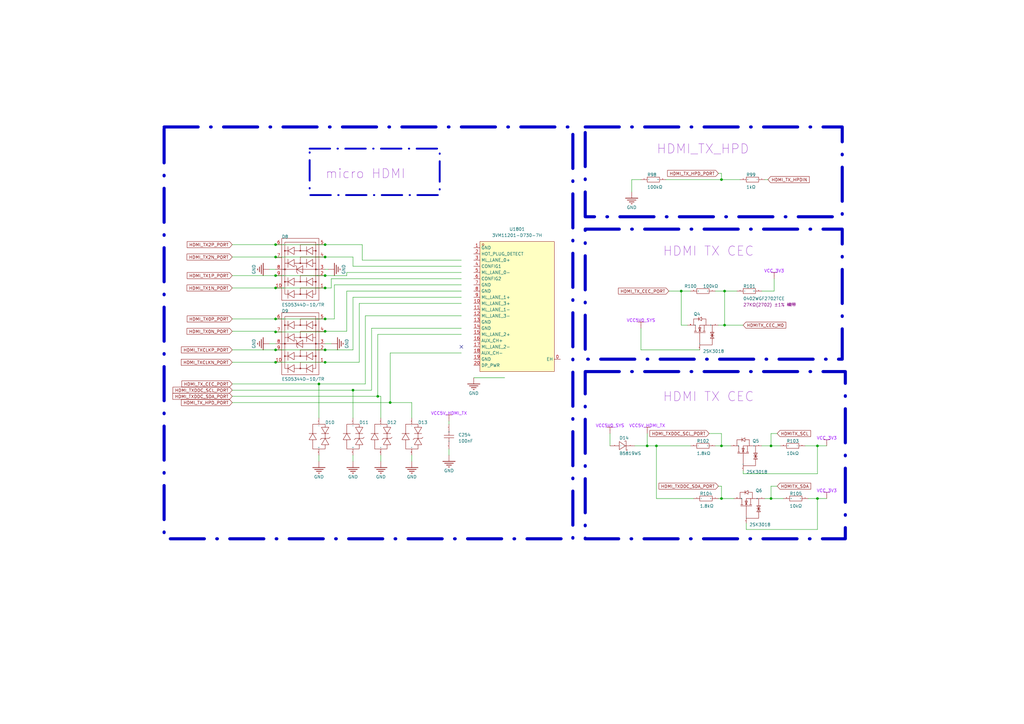
<source format=kicad_sch>
(kicad_sch (version 20250114) (generator "eeschema") (generator_version "9.0")
  (paper "A3")
  (lib_symbols
    (symbol "LCSC Taish-easyedapro:0402WGF1001TCE"
      (property "Reference" "R" (at 0 0 0))
      (symbol "0402WGF1001TCE_1_0"
        (rectangle (start -2.54 -1.016) (end 2.54 1.016))
        (pin input line (at -5.08 0 0) (length 2.54) (name "1") (number "1"))
        (pin input line (at 5.08 0 180) (length 2.54) (name "2") (number "2"))
      )
    )
    (symbol "LCSC Taish-easyedapro:0402WGF1003TCE"
      (property "Reference" "R" (at 0 0 0))
      (symbol "0402WGF1003TCE_1_0"
        (rectangle (start -2.54 -1.016) (end 2.54 1.016))
        (pin input line (at -5.08 0 0) (length 2.54) (name "1") (number "1"))
        (pin input line (at 5.08 0 180) (length 2.54) (name "2") (number "2"))
      )
    )
    (symbol "LCSC Taish-easyedapro:0402WGF2702TCE"
      (property "Reference" "R" (at 0 0 0))
      (symbol "0402WGF2702TCE_1_0"
        (rectangle (start -2.54 -1.016) (end 2.54 1.016))
        (pin input line (at -5.08 0 0) (length 2.54) (name "1") (number "1"))
        (pin input line (at 5.08 0 180) (length 2.54) (name "2") (number "2"))
      )
    )
    (symbol "LCSC Taish-easyedapro:2SK3018_C194460"
      (property "Reference" "Q" (at 0 0 0))
      (symbol "2SK3018_C194460_1_0"
        (polyline (pts (xy -4.191 -5.08) (xy -5.461 -4.318) (xy -5.461 -4.318) (xy -5.461 -5.842) (xy -5.461 -5.842) (xy -4.191 -5.08)))
        (polyline (pts (xy -4.191 -5.08) (xy -2.921 -5.842) (xy -2.921 -5.842) (xy -2.921 -4.318) (xy -2.921 -4.318) (xy -4.191 -5.08)))
        (polyline (pts (xy -4.064 -4.318) (xy -4.191 -4.572) (xy -4.191 -4.572) (xy -4.191 -5.588) (xy -4.191 -5.588) (xy -4.318 -5.842)))
        (polyline (pts (xy -3.048 2.286) (xy -3.048 -2.286)))
        (polyline (pts (xy -3.048 0) (xy -8.128 0) (xy -8.128 0) (xy -8.128 -5.08) (xy -8.128 -5.08) (xy 0 -5.08) (xy 0 -5.08) (xy 0 -2.54)))
        (polyline (pts (xy -2.54 2.286) (xy -2.54 1.27)))
        (polyline (pts (xy -2.54 1.778) (xy 0 1.778) (xy 0 1.778) (xy 0 2.54) (xy 0 2.54) (xy 2.54 2.54) (xy 2.54 2.54) (xy 2.54 0.508)))
        (polyline (pts (xy -2.54 0) (xy -1.016 -0.508) (xy -1.016 -0.508) (xy -1.016 0.508) (xy -1.016 0.508) (xy -2.54 0)))
        (polyline (pts (xy -2.54 0) (xy 0 0) (xy 0 0) (xy 0 -2.54) (xy 0 -2.54) (xy 2.54 -2.54) (xy 2.54 -2.54) (xy 2.54 -0.762)))
        (polyline (pts (xy -2.54 -0.508) (xy -2.54 0.508)))
        (polyline (pts (xy -2.54 -2.286) (xy -2.54 -1.27)))
        (polyline (pts (xy 0 -1.778) (xy -2.54 -1.778)))
        (polyline (pts (xy 2.54 0.508) (xy 1.778 -0.762) (xy 1.778 -0.762) (xy 3.302 -0.762) (xy 3.302 -0.762) (xy 2.54 0.508)))
        (polyline (pts (xy 3.302 0.508) (xy 3.048 0.508) (xy 3.048 0.508) (xy 2.032 0.508) (xy 2.032 0.508) (xy 1.778 0.508)))
        (pin input line (at -10.16 0 0) (length 2.032) (name "G") (number "1"))
        (pin input line (at 0 5.08 270) (length 2.54) (name "D") (number "3"))
        (pin input line (at 0 -7.62 90) (length 2.54) (name "S") (number "2"))
      )
    )
    (symbol "LCSC Taish-easyedapro:B5819WS_C22624"
      (property "Reference" "D" (at 0 0 0))
      (symbol "B5819WS_C22624_1_0"
        (polyline (pts (xy -2.032 1.524) (xy -2.032 1.778) (xy -2.032 1.778) (xy -1.524 1.778) (xy -1.524 1.778) (xy -1.524 -2.032) (xy -1.524 -2.032) (xy -1.016 -2.032) (xy -1.016 -2.032) (xy -1.016 -1.778)))
        (polyline (pts (xy 1.27 1.524) (xy -1.27 0) (xy -1.27 0) (xy 1.27 -1.778) (xy 1.27 -1.778) (xy 1.27 1.524)))
        (pin input line (at -5.08 0 0) (length 3.81) (name "K") (number "1"))
        (pin input line (at 5.08 0 180) (length 3.81) (name "A") (number "2"))
      )
    )
    (symbol "LCSC Taish-easyedapro:CL05B104KB54PNC"
      (property "Reference" "C" (at 0 0 0))
      (symbol "CL05B104KB54PNC_1_0"
        (polyline (pts (xy -0.508 2.032) (xy -0.508 -2.032)))
        (polyline (pts (xy -0.508 0) (xy -2.54 0)))
        (polyline (pts (xy 0.508 -2.032) (xy 0.508 2.032)))
        (polyline (pts (xy 2.54 0) (xy 0.508 0)))
        (pin input line (at -5.08 0 0) (length 2.54) (name "1") (number "1"))
        (pin input line (at 5.08 0 180) (length 2.54) (name "2") (number "2"))
      )
    )
    (symbol "LCSC Taish-easyedapro:CRCW040210K0FKED"
      (property "Reference" "R" (at 0 0 0))
      (symbol "CRCW040210K0FKED_1_0"
        (rectangle (start -2.54 -1.016) (end 2.54 1.016))
        (pin input line (at -5.08 0 0) (length 2.54) (name "1") (number "1"))
        (pin input line (at 5.08 0 180) (length 2.54) (name "2") (number "2"))
      )
    )
    (symbol "LCSC Taish-easyedapro:ESD5344D-10/TR"
      (property "Reference" "D" (at 0 0 0))
      (symbol "ESD5344D-10/TR_1_0"
        (rectangle (start -12.7 -7.62) (end 12.7 7.62))
        (polyline (pts (xy -10.16 5.08) (xy -10.16 6.35) (xy -10.16 6.35) (xy 11.176 6.35) (xy 11.176 6.35) (xy 11.176 -6.35) (xy 11.176 -6.35) (xy -10.16 -6.35) (xy -10.16 -6.35) (xy -10.16 -5.08)))
        (polyline (pts (xy -10.16 2.54) (xy -10.16 -2.54)))
        (circle (center -10.16 0) (radius 0.254))
        (polyline (pts (xy -10.16 0) (xy -7.62 0) (xy -7.62 0) (xy -7.62 -7.62)))
        (polyline (pts (xy -8.636 2.54) (xy -10.16 5.08) (xy -10.16 5.08) (xy -11.684 2.54) (xy -11.684 2.54) (xy -8.636 2.54)))
        (polyline (pts (xy -8.636 -5.08) (xy -10.16 -2.54) (xy -10.16 -2.54) (xy -11.684 -5.08) (xy -11.684 -5.08) (xy -8.636 -5.08)))
        (polyline (pts (xy -8.382 5.08) (xy -11.938 5.08)))
        (polyline (pts (xy -8.382 -2.54) (xy -11.938 -2.54)))
        (circle (center -5.08 6.35) (radius 0.254))
        (polyline (pts (xy -5.08 5.08) (xy -5.08 6.35)))
        (polyline (pts (xy -5.08 2.54) (xy -5.08 -2.54)))
        (circle (center -5.08 0) (radius 0.254))
        (polyline (pts (xy -5.08 0) (xy -2.54 0) (xy -2.54 0) (xy -2.54 -7.62)))
        (polyline (pts (xy -5.08 -5.08) (xy -5.08 -6.35) (xy -5.08 -6.35) (xy -4.826 -6.35)))
        (circle (center -5.08 -6.35) (radius 0.254))
        (polyline (pts (xy -3.556 2.54) (xy -5.08 5.08) (xy -5.08 5.08) (xy -6.604 2.54) (xy -6.604 2.54) (xy -3.556 2.54)))
        (polyline (pts (xy -3.556 -5.08) (xy -5.08 -2.54) (xy -5.08 -2.54) (xy -6.604 -5.08) (xy -6.604 -5.08) (xy -3.556 -5.08)))
        (polyline (pts (xy -3.302 5.08) (xy -6.858 5.08)))
        (polyline (pts (xy -3.302 -2.54) (xy -6.858 -2.54)))
        (circle (center 0 6.35) (radius 0.254))
        (polyline (pts (xy 0 6.35) (xy 0 7.62)))
        (polyline (pts (xy 0 6.35) (xy 0 -7.62)))
        (circle (center 0 -6.35) (radius 0.254))
        (polyline (pts (xy 1.524 -1.016) (xy 0 1.524) (xy 0 1.524) (xy -1.524 -1.016) (xy -1.524 -1.016) (xy 1.524 -1.016)))
        (polyline (pts (xy 1.778 2.032) (xy 1.016 1.524) (xy 1.016 1.524) (xy -1.016 1.524) (xy -1.016 1.524) (xy -1.778 1.016)))
        (polyline (pts (xy 2.54 5.08) (xy 2.54 6.35)))
        (polyline (pts (xy 2.54 2.54) (xy 2.54 -2.54)))
        (polyline (pts (xy 2.54 0) (xy 5.08 0) (xy 5.08 0) (xy 5.08 -7.62)))
        (circle (center 2.54 0) (radius 0.254))
        (polyline (pts (xy 2.54 -6.35) (xy 2.54 -5.08)))
        (polyline (pts (xy 4.064 2.54) (xy 2.54 5.08) (xy 2.54 5.08) (xy 1.016 2.54) (xy 1.016 2.54) (xy 4.064 2.54)))
        (polyline (pts (xy 4.064 -5.08) (xy 2.54 -2.54) (xy 2.54 -2.54) (xy 1.016 -5.08) (xy 1.016 -5.08) (xy 4.064 -5.08)))
        (polyline (pts (xy 4.318 5.08) (xy 0.762 5.08)))
        (polyline (pts (xy 4.318 -2.54) (xy 0.762 -2.54)))
        (circle (center 7.62 6.35) (radius 0.254))
        (polyline (pts (xy 7.62 5.08) (xy 7.62 6.35)))
        (polyline (pts (xy 7.62 2.54) (xy 7.62 -2.54)))
        (polyline (pts (xy 7.62 0) (xy 10.16 0) (xy 10.16 0) (xy 10.16 -7.62)))
        (circle (center 7.62 0) (radius 0.254))
        (polyline (pts (xy 7.62 -6.35) (xy 7.62 -5.08)))
        (circle (center 7.62 -6.35) (radius 0.254))
        (polyline (pts (xy 9.144 2.54) (xy 7.62 5.08) (xy 7.62 5.08) (xy 6.096 2.54) (xy 6.096 2.54) (xy 9.144 2.54)))
        (polyline (pts (xy 9.144 -5.08) (xy 7.62 -2.54) (xy 7.62 -2.54) (xy 6.096 -5.08) (xy 6.096 -5.08) (xy 9.144 -5.08)))
        (polyline (pts (xy 9.398 5.08) (xy 5.842 5.08)))
        (polyline (pts (xy 9.398 -2.54) (xy 5.842 -2.54)))
        (pin input line (at -7.62 10.16 270) (length 2.54) (name "10") (number "10"))
        (pin input line (at -7.62 -10.16 90) (length 2.54) (name "1") (number "1"))
        (pin input line (at -2.54 10.16 270) (length 2.54) (name "9") (number "9"))
        (pin input line (at -2.54 -10.16 90) (length 2.54) (name "2") (number "2"))
        (pin input line (at 0 10.16 270) (length 2.54) (name "8") (number "8"))
        (pin input line (at 0 -10.16 90) (length 2.54) (name "3") (number "3"))
        (pin input line (at 4.826 10.16 270) (length 2.54) (name "7") (number "7"))
        (pin input line (at 5.08 -10.16 90) (length 2.54) (name "4") (number "4"))
        (pin input line (at 10.16 10.16 270) (length 2.54) (name "6") (number "6"))
        (pin input line (at 10.16 -10.16 90) (length 2.54) (name "5") (number "5"))
      )
    )
    (symbol "LCSC Taish-easyedapro:Ground-GND" (power) (pin_numbers (hide yes)) (pin_names (hide yes))
      (symbol "Ground-GND_1_0"
        (polyline (pts (xy -2.54 -2.54) (xy 2.54 -2.54)) (stroke (width 0.254)))
        (polyline (pts (xy -1.778 -3.302) (xy 1.778 -3.302)) (stroke (width 0.254)))
        (polyline (pts (xy -1.016 -4.064) (xy 1.016 -4.064)) (stroke (width 0.254)))
        (polyline (pts (xy -0.254 -4.826) (xy 0.254 -4.826)) (stroke (width 0.254)))
        (pin power_in line (at 0 0 270) (length 2.54) (name "") (number "1"))
      )
    )
    (symbol "LCSC Taish-easyedapro:Power-VCC" (power) (pin_numbers (hide yes)) (pin_names (hide yes))
      (symbol "Power-VCC_1_0"
        (polyline (pts (xy -1.27 2.54) (xy 1.27 2.54)))
        (polyline (pts (xy 0 2.54) (xy 0 1.27)))
        (pin power_in line (at 0 0 90) (length 1.27) (name "VCC_3V3") (number "1"))
      )
    )
    (symbol "LCSC Taish-easyedapro:RC0402FR-071K8L"
      (property "Reference" "R" (at 0 0 0))
      (symbol "RC0402FR-071K8L_1_0"
        (rectangle (start -2.54 -1.016) (end 2.54 1.016))
        (pin input line (at -5.08 0 0) (length 2.54) (name "1") (number "1"))
        (pin input line (at 5.08 0 180) (length 2.54) (name "2") (number "2"))
      )
    )
    (symbol "LCSC Taish-easyedapro:TPESD5341N"
      (property "Reference" "D" (at 0 0 0))
      (symbol "TPESD5341N_1_0"
        (polyline (pts (xy -3.81 4.064) (xy -1.27 2.54) (xy -1.27 2.54) (xy -3.81 1.016) (xy -3.81 1.016) (xy -3.81 4.064)))
        (polyline (pts (xy -3.81 2.54) (xy -5.08 2.54) (xy -5.08 2.54) (xy -5.08 -2.54) (xy -5.08 -2.54) (xy -1.27 -2.54)))
        (polyline (pts (xy -1.27 2.54) (xy 0.762 2.54)))
        (polyline (pts (xy -1.27 1.016) (xy -1.27 4.064)))
        (polyline (pts (xy -1.27 -4.064) (xy -1.27 -1.016)))
        (polyline (pts (xy 0.762 4.064) (xy 0.254 4.572) (xy 0.254 4.572) (xy 0.762 4.064)))
        (polyline (pts (xy 0.762 1.016) (xy 0.762 4.064)))
        (polyline (pts (xy 0.762 1.016) (xy 1.27 0.508) (xy 1.27 0.508) (xy 0.762 1.016)))
        (polyline (pts (xy 1.27 -1.016) (xy -1.27 -2.54) (xy -1.27 -2.54) (xy 1.27 -4.064) (xy 1.27 -4.064) (xy 1.27 -1.016)))
        (polyline (pts (xy 3.302 4.064) (xy 0.762 2.54) (xy 0.762 2.54) (xy 3.302 1.016) (xy 3.302 1.016) (xy 3.302 4.064)))
        (polyline (pts (xy 3.302 2.54) (xy 5.08 2.54) (xy 5.08 2.54) (xy 5.08 -2.54) (xy 5.08 -2.54) (xy 1.27 -2.54)))
        (pin input line (at -7.62 0 0) (length 2.54) (name "1") (number "1"))
        (pin input line (at 7.62 0 180) (length 2.54) (name "2") (number "2"))
      )
    )
    (symbol "easyeda2kicad:3VM11201-D730-7H"
      (property "Reference" "U" (at 0 29.21 0))
      (property "Value" "3VM11201-D730-7H" (at 0 -29.21 0))
      (symbol "3VM11201-D730-7H_0_1"
        (rectangle (start -15.24 26.67) (end 15.24 -26.67) (fill (type background)))
        (circle (center -13.97 25.4) (radius 0.38))
        (pin unspecified line (at -17.78 24.13 0) (length 2.54) (name "GND") (number "1"))
        (pin unspecified line (at -17.78 21.59 0) (length 2.54) (name "HOT_PLUG_DETECT") (number "2"))
        (pin unspecified line (at -17.78 19.05 0) (length 2.54) (name "ML_LANE_0+") (number "3"))
        (pin unspecified line (at -17.78 16.51 0) (length 2.54) (name "CONFIG1") (number "4"))
        (pin unspecified line (at -17.78 13.97 0) (length 2.54) (name "ML_LANE_0-") (number "5"))
        (pin unspecified line (at -17.78 11.43 0) (length 2.54) (name "CONFIG2") (number "6"))
        (pin unspecified line (at -17.78 8.89 0) (length 2.54) (name "GND") (number "7"))
        (pin unspecified line (at -17.78 6.35 0) (length 2.54) (name "GND") (number "8"))
        (pin unspecified line (at -17.78 3.81 0) (length 2.54) (name "ML_LANE_1+") (number "9"))
        (pin unspecified line (at -17.78 1.27 0) (length 2.54) (name "ML_LANE_3+") (number "10"))
        (pin unspecified line (at -17.78 -1.27 0) (length 2.54) (name "ML_LANE_1-") (number "11"))
        (pin unspecified line (at -17.78 -3.81 0) (length 2.54) (name "ML_LANE_3-") (number "12"))
        (pin unspecified line (at -17.78 -6.35 0) (length 2.54) (name "GND") (number "13"))
        (pin unspecified line (at -17.78 -8.89 0) (length 2.54) (name "GND") (number "14"))
        (pin unspecified line (at -17.78 -11.43 0) (length 2.54) (name "ML_LANE_2+") (number "15"))
        (pin unspecified line (at -17.78 -13.97 0) (length 2.54) (name "AUX_CH+") (number "16"))
        (pin unspecified line (at -17.78 -16.51 0) (length 2.54) (name "ML_LANE_2-") (number "17"))
        (pin unspecified line (at -17.78 -19.05 0) (length 2.54) (name "AUX_CH-") (number "18"))
        (pin unspecified line (at -17.78 -21.59 0) (length 2.54) (name "GND") (number "19"))
        (pin unspecified line (at -17.78 -24.13 0) (length 2.54) (name "DP_PWR") (number "20"))
        (pin unspecified line (at 17.78 -21.59 180) (length 2.54) (name "EH") (number "0"))
      )
    )
  )
  (rectangle (start 240.03 152.4) (end 346.71 220.98) (stroke (width 1.27) (type dash_dot)))
  (rectangle (start 240.03 52.07) (end 345.44 88.9) (stroke (width 1.27) (type dash_dot)))
  (rectangle (start 240.03 93.98) (end 345.44 147.32) (stroke (width 1.27) (type dash_dot)))
  (rectangle (start 127 60.96) (end 180.34 80.01) (stroke (width 0.762) (type dash_dot)))
  (rectangle (start 67.31 52.07) (end 234.95 220.98) (stroke (width 1.27) (type dash_dot)))
  (text "HDMI TX CEC" (at 271.78 105.41 0) (effects (font (size 3.81 3.81)) (justify left bottom)))
  (text "micro HDMI" (at 133.35 73.66 0) (effects (font (size 3.81 3.81)) (justify left bottom)))
  (text "HDMI_TX_HPD" (at 269.24 63.5 0) (effects (font (size 3.81 3.81)) (justify left bottom)))
  (text "HDMI TX CEC" (at 271.78 165.1 0) (effects (font (size 3.81 3.81)) (justify left bottom)))
  (junction (at 113.03 118.11))
  (junction (at 113.03 100.33))
  (junction (at 133.35 100.33))
  (junction (at 144.78 160.02))
  (junction (at 113.03 113.03))
  (junction (at 295.91 73.66))
  (junction (at 133.35 105.41))
  (junction (at 133.35 135.89))
  (junction (at 133.35 130.81))
  (junction (at 133.35 113.03))
  (junction (at 297.18 133.35))
  (junction (at 113.03 148.59))
  (junction (at 154.94 162.56))
  (junction (at 113.03 136.144))
  (junction (at 130.81 157.48))
  (junction (at 295.91 204.47))
  (junction (at 133.35 143.51))
  (junction (at 316.23 182.88))
  (junction (at 133.35 148.59))
  (junction (at 265.43 182.88))
  (junction (at 316.23 204.47))
  (junction (at 113.03 105.41))
  (junction (at 133.35 118.11))
  (junction (at 279.4 119.38))
  (junction (at 297.18 119.38))
  (junction (at 335.28 204.47))
  (junction (at 113.03 143.51))
  (junction (at 269.24 182.88))
  (junction (at 160.02 165.1))
  (junction (at 335.28 182.88))
  (junction (at 295.91 182.88))
  (junction (at 113.03 130.81))
  (no_connect (at 189.23 142.24))
  (wire (pts (xy 130.81 157.48) (xy 95.25 157.48)))
  (wire (pts (xy 113.03 105.41) (xy 133.35 105.41)))
  (wire (pts (xy 95.25 118.11) (xy 113.03 118.11)))
  (wire (pts (xy 133.35 118.11) (xy 135.89 118.11)))
  (wire (pts (xy 260.35 182.88) (xy 265.43 182.88)))
  (wire (pts (xy 295.91 204.47) (xy 300.99 204.47)))
  (wire (pts (xy 279.4 119.38) (xy 283.21 119.38)))
  (wire (pts (xy 110.49 140.97) (xy 113.03 140.97)))
  (wire (pts (xy 113.03 143.51) (xy 133.35 143.51)))
  (wire (pts (xy 144.78 160.02) (xy 95.25 160.02)))
  (wire (pts (xy 133.35 136.144) (xy 113.03 136.144)))
  (wire (pts (xy 149.86 129.54) (xy 149.86 157.48)))
  (wire (pts (xy 135.89 140.97) (xy 133.35 140.97)))
  (wire (pts (xy 250.19 177.8) (xy 250.19 182.88)))
  (wire (pts (xy 113.03 100.33) (xy 95.25 100.33)))
  (wire (pts (xy 259.08 78.74) (xy 259.08 73.66)))
  (wire (pts (xy 279.4 133.35) (xy 281.94 133.35)))
  (wire (pts (xy 314.96 73.66) (xy 313.69 73.66)))
  (wire (pts (xy 135.89 114.3) (xy 189.23 114.3)))
  (wire (pts (xy 113.03 130.81) (xy 95.25 130.81)))
  (wire (pts (xy 148.59 106.68) (xy 189.23 106.68)))
  (wire (pts (xy 154.94 137.16) (xy 154.94 162.56)))
  (wire (pts (xy 147.32 124.46) (xy 189.23 124.46)))
  (wire (pts (xy 279.4 133.35) (xy 279.4 119.38)))
  (wire (pts (xy 113.03 148.59) (xy 133.35 148.59)))
  (wire (pts (xy 335.28 182.88) (xy 330.2 182.88)))
  (wire (pts (xy 304.8 194.31) (xy 335.28 194.31)))
  (wire (pts (xy 262.89 143.51) (xy 287.02 143.51)))
  (wire (pts (xy 133.35 135.89) (xy 142.24 135.89)))
  (wire (pts (xy 316.23 182.88) (xy 320.04 182.88)))
  (wire (pts (xy 95.25 105.41) (xy 113.03 105.41)))
  (wire (pts (xy 189.23 111.76) (xy 142.24 111.76)))
  (wire (pts (xy 168.91 189.23) (xy 168.91 186.69)))
  (wire (pts (xy 168.91 165.1) (xy 160.02 165.1)))
  (wire (pts (xy 142.24 119.38) (xy 142.24 135.89)))
  (wire (pts (xy 152.4 134.62) (xy 152.4 160.02)))
  (wire (pts (xy 189.23 137.16) (xy 154.94 137.16)))
  (wire (pts (xy 312.42 182.88) (xy 316.23 182.88)))
  (wire (pts (xy 335.28 182.88) (xy 335.28 194.31)))
  (wire (pts (xy 133.35 135.89) (xy 133.35 136.144)))
  (wire (pts (xy 339.09 182.88) (xy 335.28 182.88)))
  (wire (pts (xy 110.49 110.49) (xy 113.03 110.49)))
  (wire (pts (xy 130.81 157.48) (xy 130.81 171.45)))
  (wire (pts (xy 295.91 177.8) (xy 295.91 182.88)))
  (wire (pts (xy 294.64 204.47) (xy 295.91 204.47)))
  (wire (pts (xy 95.25 113.03) (xy 113.03 113.03)))
  (wire (pts (xy 113.03 105.41) (xy 113.03 105.664)))
  (wire (pts (xy 339.09 204.47) (xy 335.28 204.47)))
  (wire (pts (xy 312.42 119.38) (xy 317.5 119.38)))
  (wire (pts (xy 156.21 189.23) (xy 156.21 186.69)))
  (wire (pts (xy 290.83 177.8) (xy 295.91 177.8)))
  (wire (pts (xy 303.53 73.66) (xy 295.91 73.66)))
  (wire (pts (xy 269.24 204.47) (xy 284.48 204.47)))
  (wire (pts (xy 313.69 204.47) (xy 316.23 204.47)))
  (wire (pts (xy 306.07 214.63) (xy 306.07 217.17)))
  (wire (pts (xy 194.31 154.94) (xy 207.01 154.94)))
  (wire (pts (xy 149.86 157.48) (xy 130.81 157.48)))
  (wire (pts (xy 142.24 119.38) (xy 189.23 119.38)))
  (wire (pts (xy 149.86 129.54) (xy 189.23 129.54)))
  (wire (pts (xy 147.32 124.46) (xy 147.32 148.59)))
  (wire (pts (xy 294.64 199.39) (xy 295.91 199.39)))
  (wire (pts (xy 274.32 119.38) (xy 279.4 119.38)))
  (wire (pts (xy 335.28 204.47) (xy 331.47 204.47)))
  (wire (pts (xy 152.4 160.02) (xy 144.78 160.02)))
  (wire (pts (xy 137.16 130.81) (xy 133.35 130.81)))
  (wire (pts (xy 262.89 134.62) (xy 262.89 143.51)))
  (wire (pts (xy 294.64 71.12) (xy 295.91 71.12)))
  (wire (pts (xy 297.18 133.35) (xy 304.8 133.35)))
  (wire (pts (xy 297.18 119.38) (xy 297.18 133.35)))
  (wire (pts (xy 133.35 143.51) (xy 144.78 143.51)))
  (wire (pts (xy 113.03 148.59) (xy 95.25 148.59)))
  (wire (pts (xy 304.8 193.04) (xy 304.8 194.31)))
  (wire (pts (xy 144.78 189.23) (xy 144.78 186.69)))
  (wire (pts (xy 144.78 160.02) (xy 144.78 171.45)))
  (wire (pts (xy 269.24 182.88) (xy 269.24 204.47)))
  (wire (pts (xy 316.23 204.47) (xy 321.31 204.47)))
  (wire (pts (xy 144.78 109.22) (xy 189.23 109.22)))
  (wire (pts (xy 316.23 177.8) (xy 316.23 182.88)))
  (wire (pts (xy 262.89 73.66) (xy 259.08 73.66)))
  (wire (pts (xy 137.16 116.84) (xy 189.23 116.84)))
  (wire (pts (xy 133.35 130.81) (xy 113.03 130.81)))
  (wire (pts (xy 317.5 119.38) (xy 317.5 114.3)))
  (wire (pts (xy 133.35 110.49) (xy 134.62 110.49)))
  (wire (pts (xy 269.24 182.88) (xy 283.21 182.88)))
  (wire (pts (xy 113.03 113.03) (xy 133.35 113.03)))
  (wire (pts (xy 160.02 144.78) (xy 160.02 165.1)))
  (wire (pts (xy 316.23 199.39) (xy 316.23 204.47)))
  (wire (pts (xy 135.89 118.11) (xy 135.89 114.3)))
  (wire (pts (xy 306.07 217.17) (xy 335.28 217.17)))
  (wire (pts (xy 148.59 100.33) (xy 133.35 100.33)))
  (wire (pts (xy 184.15 186.69) (xy 184.15 184.15)))
  (wire (pts (xy 297.18 119.38) (xy 293.37 119.38)))
  (wire (pts (xy 142.24 111.76) (xy 142.24 113.03)))
  (wire (pts (xy 189.23 134.62) (xy 152.4 134.62)))
  (wire (pts (xy 265.43 182.88) (xy 269.24 182.88)))
  (wire (pts (xy 137.16 130.81) (xy 137.16 116.84)))
  (wire (pts (xy 95.25 135.89) (xy 113.03 135.89)))
  (wire (pts (xy 295.91 182.88) (xy 299.72 182.88)))
  (wire (pts (xy 144.78 143.51) (xy 144.78 121.92)))
  (wire (pts (xy 133.35 100.33) (xy 113.03 100.33)))
  (wire (pts (xy 154.94 162.56) (xy 95.25 162.56)))
  (wire (pts (xy 297.18 133.35) (xy 294.64 133.35)))
  (wire (pts (xy 160.02 144.78) (xy 189.23 144.78)))
  (wire (pts (xy 144.78 105.41) (xy 133.35 105.41)))
  (wire (pts (xy 156.21 162.56) (xy 154.94 162.56)))
  (wire (pts (xy 147.32 148.59) (xy 133.35 148.59)))
  (wire (pts (xy 144.78 105.41) (xy 144.78 109.22)))
  (wire (pts (xy 113.03 135.89) (xy 113.03 136.144)))
  (wire (pts (xy 168.91 165.1) (xy 168.91 171.45)))
  (wire (pts (xy 335.28 204.47) (xy 335.28 217.17)))
  (wire (pts (xy 113.03 118.11) (xy 133.35 118.11)))
  (wire (pts (xy 113.03 143.51) (xy 95.25 143.51)))
  (wire (pts (xy 265.43 177.8) (xy 265.43 182.88)))
  (wire (pts (xy 156.21 162.56) (xy 156.21 171.45)))
  (wire (pts (xy 133.35 113.03) (xy 142.24 113.03)))
  (wire (pts (xy 160.02 165.1) (xy 95.25 165.1)))
  (wire (pts (xy 184.15 172.72) (xy 184.15 173.99)))
  (wire (pts (xy 148.59 100.33) (xy 148.59 106.68)))
  (wire (pts (xy 302.26 119.38) (xy 297.18 119.38)))
  (wire (pts (xy 130.81 189.23) (xy 130.81 186.69)))
  (wire (pts (xy 318.77 199.39) (xy 316.23 199.39)))
  (wire (pts (xy 273.05 73.66) (xy 295.91 73.66)))
  (wire (pts (xy 318.77 177.8) (xy 316.23 177.8)))
  (wire (pts (xy 295.91 199.39) (xy 295.91 204.47)))
  (wire (pts (xy 295.91 71.12) (xy 295.91 73.66)))
  (wire (pts (xy 144.78 121.92) (xy 189.23 121.92)))
  (wire (pts (xy 293.37 182.88) (xy 295.91 182.88)))
  (global_label "HDMI_TX1N_PORT" (shape input) (at 95.25 118.11 180) (property "Intersheetrefs" "${INTERSHEET_REFS}" (effects (hide yes))))
  (global_label "HDMI_TX1P_PORT" (shape input) (at 95.25 113.03 180) (property "Intersheetrefs" "${INTERSHEET_REFS}" (effects (hide yes))))
  (global_label "HDMI_TXCLKP_PORT" (shape input) (at 95.25 143.51 180) (property "Intersheetrefs" "${INTERSHEET_REFS}" (effects (hide yes))))
  (global_label "HDMI_TXDDC_SDA_PORT" (shape input) (at 294.64 199.39 180) (property "Intersheetrefs" "${INTERSHEET_REFS}" (effects (hide yes))))
  (global_label "HDMI_TXDDC_SCL_PORT" (shape input) (at 290.83 177.8 180) (property "Intersheetrefs" "${INTERSHEET_REFS}" (effects (hide yes))))
  (global_label "HDMI_TX_HPD_PORT" (shape input) (at 294.64 71.12 180) (property "Intersheetrefs" "${INTERSHEET_REFS}" (effects (hide yes))))
  (global_label "HDMI_TX2P_PORT" (shape input) (at 95.25 100.33 180) (property "Intersheetrefs" "${INTERSHEET_REFS}" (effects (hide yes))))
  (global_label "HDMI_TXDDC_SCL_PORT" (shape input) (at 95.25 160.02 180) (property "Intersheetrefs" "${INTERSHEET_REFS}" (effects (hide yes))))
  (global_label "HDMI_TX_HPD_PORT" (shape input) (at 95.25 165.1 180) (property "Intersheetrefs" "${INTERSHEET_REFS}" (effects (hide yes))))
  (global_label "HDMITX_CEC_M0" (shape input) (at 304.8 133.35 0) (property "Intersheetrefs" "${INTERSHEET_REFS}" (effects (hide yes))))
  (global_label "HDMI_TXDDC_SDA_PORT" (shape input) (at 95.25 162.56 180) (property "Intersheetrefs" "${INTERSHEET_REFS}" (effects (hide yes))))
  (global_label "HDMITX_SDA" (shape input) (at 318.77 199.39 0) (property "Intersheetrefs" "${INTERSHEET_REFS}" (effects (hide yes))))
  (global_label "HDMI_TX0P_PORT" (shape input) (at 95.25 130.81 180) (property "Intersheetrefs" "${INTERSHEET_REFS}" (effects (hide yes))))
  (global_label "HDMI_TX_CEC_PORT" (shape input) (at 274.32 119.38 180) (property "Intersheetrefs" "${INTERSHEET_REFS}" (effects (hide yes))))
  (global_label "HDMI_TX_HPDIN" (shape input) (at 314.96 73.66 0) (property "Intersheetrefs" "${INTERSHEET_REFS}" (effects (hide yes))))
  (global_label "HDMI_TXCLKN_PORT" (shape input) (at 95.25 148.59 180) (property "Intersheetrefs" "${INTERSHEET_REFS}" (effects (hide yes))))
  (global_label "HDMI_TX0N_PORT" (shape input) (at 95.25 135.89 180) (property "Intersheetrefs" "${INTERSHEET_REFS}" (effects (hide yes))))
  (global_label "HDMI_TX2N_PORT" (shape input) (at 95.25 105.41 180) (property "Intersheetrefs" "${INTERSHEET_REFS}" (effects (hide yes))))
  (global_label "HDMITX_SCL" (shape input) (at 318.77 177.8 0) (property "Intersheetrefs" "${INTERSHEET_REFS}" (effects (hide yes))))
  (global_label "HDMI_TX_CEC_PORT" (shape input) (at 95.25 157.48 180) (property "Intersheetrefs" "${INTERSHEET_REFS}" (effects (hide yes))))
  (symbol (lib_id "LCSC Taish-easyedapro:CRCW040210K0FKED") (at 325.12 182.88 180) (unit 1)
    (property "Reference" "R103" (at 322.58 181.61 0) (effects (justify right top)))
    (property "Value" "10kΩ" (at 322.58 186.69 0) (effects (justify right top)))
    (property "Footprint" "LCSC Taish-easyedapro:R0402" (effects (hide yes)))
    (property "Datasheet" "https://atta.szlcsc.com/upload/public/pdf/source/20180224/C71617_15194370300791364062.pdf" (effects (hide yes)))
    (property "Description" "电阻类型:厚膜电阻;阻值:10kΩ;精度:±1%;功率:63mW;温度系数:±100ppm/K;最大工作电压:50V;工作温度范围:-55°C~+155°C;" (effects (hide yes)))
    (property "Manufacturer Part" "CRCW040210K0FKED" (effects (hide yes)))
    (property "Manufacturer" "VISHAY(威世)" (effects (hide yes)))
    (property "Supplier Part" "C71617" (effects (hide yes)))
    (property "Supplier" "LCSC" (effects (hide yes)))
    (property "LCSC Part Name" "10kΩ ±1% 63mW" (effects (hide yes)))
  )
  (symbol (lib_id "LCSC Taish-easyedapro:Ground-GND") (at 135.89 140.97 90) (unit 1)
    (property "Reference" "#PWR0349" (effects (hide yes)))
    (property "Value" "GND" (at 142.24 140.97 0))
    (property "Footprint" "LCSC Taish-easyedapro:" (effects (hide yes)))
  )
  (symbol (lib_id "LCSC Taish-easyedapro:Ground-GND") (at 259.08 78.74 0) (unit 1)
    (property "Reference" "#PWR02" (effects (hide yes)))
    (property "Value" "GND" (at 259.08 85.09 0))
    (property "Footprint" "LCSC Taish-easyedapro:" (effects (hide yes)))
  )
  (symbol (lib_id "LCSC Taish-easyedapro:Power-VCC") (at 184.15 172.72 0) (unit 1)
    (property "Reference" "#PWR0361" (effects (hide yes)))
    (property "Value" "VCC5V_HDMI_TX" (at 184.15 170.18 0) (effects (justify bottom)))
    (property "Footprint" "LCSC Taish-easyedapro:" (effects (hide yes)))
  )
  (symbol (lib_id "LCSC Taish-easyedapro:Power-VCC") (at 250.19 177.8 0) (unit 1)
    (property "Reference" "#PWR0360" (effects (hide yes)))
    (property "Value" "VCC5V0_SYS" (at 250.19 175.26 0) (effects (justify bottom)))
    (property "Footprint" "LCSC Taish-easyedapro:" (effects (hide yes)))
  )
  (symbol (lib_id "LCSC Taish-easyedapro:TPESD5341N") (at 130.81 179.07 270) (unit 1)
    (property "Reference" "D10" (at 133.35 173.99 90) (effects (justify left bottom)))
    (property "Value" "TPESD5341N" (effects (hide yes)))
    (property "Footprint" "LCSC Taish-easyedapro:X1-DFN1006-2_L1.0-W0.6-RD" (effects (hide yes)))
    (property "Datasheet" "https://atta.szlcsc.com/upload/public/pdf/source/20210810/2DDCDF1A44B03077ACF95A0CE0A02844.pdf" (effects (hide yes)))
    (property "Manufacturer Part" "TPESD5341N" (effects (hide yes)))
    (property "Manufacturer" "TECH PUBLIC(台舟)" (effects (hide yes)))
    (property "Supplier Part" "C907840" (effects (hide yes)))
    (property "Supplier" "LCSC" (effects (hide yes)))
    (property "LCSC Part Name" "TPESD5341N" (effects (hide yes)))
  )
  (symbol (lib_id "LCSC Taish-easyedapro:CL05B104KB54PNC") (at 184.15 179.07 90) (unit 1)
    (property "Reference" "C254" (at 187.96 179.07 90) (effects (justify right top)))
    (property "Value" "100nF" (at 187.96 181.61 90) (effects (justify right top)))
    (property "Footprint" "Capacitor_SMD:C_0402_1005Metric" (effects (hide yes)))
    (property "Datasheet" "https://atta.szlcsc.com/upload/public/pdf/source/20181009/C307331_222F7C870FD3EA5F46F538B483443886.pdf" (effects (hide yes)))
    (property "Description" "容值:100nF;精度:±10%;额定电压:50V;材质(温度系数):X7R;" (effects (hide yes)))
    (property "Manufacturer Part" "CL05B104KB54PNC" (effects (hide yes)))
    (property "Manufacturer" "SAMSUNG(三星)" (effects (hide yes)))
    (property "Supplier Part" "C307331" (effects (hide yes)))
    (property "Supplier" "LCSC" (effects (hide yes)))
    (property "LCSC Part Name" "100nF ±10% 50V" (effects (hide yes)))
  )
  (symbol (lib_id "easyeda2kicad:3VM11201-D730-7H") (at 212.09 125.73 0) (unit 1)
    (property "Reference" "U1801" (at 212.09 93.98 0))
    (property "Value" "3VM11201-D730-7H" (at 212.09 96.52 0))
    (property "Footprint" "easyeda2kicad:CONN-SMD_3VM11201-D730-7H" (effects (hide yes)))
    (property "LCSC Part" "C2895506" (effects (hide yes)))
  )
  (symbol (lib_id "LCSC Taish-easyedapro:TPESD5341N") (at 168.91 179.07 270) (unit 1)
    (property "Reference" "D13" (at 171.45 173.99 90) (effects (justify left bottom)))
    (property "Value" "TPESD5341N" (effects (hide yes)))
    (property "Footprint" "LCSC Taish-easyedapro:X1-DFN1006-2_L1.0-W0.6-RD" (effects (hide yes)))
    (property "Datasheet" "https://atta.szlcsc.com/upload/public/pdf/source/20210810/2DDCDF1A44B03077ACF95A0CE0A02844.pdf" (effects (hide yes)))
    (property "Manufacturer Part" "TPESD5341N" (effects (hide yes)))
    (property "Manufacturer" "TECH PUBLIC(台舟)" (effects (hide yes)))
    (property "Supplier Part" "C907840" (effects (hide yes)))
    (property "Supplier" "LCSC" (effects (hide yes)))
    (property "LCSC Part Name" "TPESD5341N" (effects (hide yes)))
  )
  (symbol (lib_id "LCSC Taish-easyedapro:2SK3018_C194460") (at 287.02 133.35 90) (unit 1)
    (property "Reference" "Q4" (at 284.48 129.54 90) (effects (justify right top)))
    (property "Value" "2SK3018" (at 288.29 144.78 90) (effects (justify right top)))
    (property "Footprint" "LCSC Taish-easyedapro:SOT-323-3_L2.0-W1.3-P1.30-LS2.1-BR" (effects (hide yes)))
    (property "Datasheet" "https://atta.szlcsc.com/upload/public/pdf/source/20180612/C194460_7DCC01674DB4E554C67F4CC0517F82F1.pdf" (effects (hide yes)))
    (property "Description" "类型:N沟道;漏源电压(Vdss):30V;连续漏极电流(Id):100mA;功率(Pd):200mW;导通电阻(RDS(on)@Vgs,Id):8Ω@4V,10mA;阈值电压(Vgs(th)@Id):1.5V@100uA;" (effects (hide yes)))
    (property "Manufacturer Part" "2SK3018" (effects (hide yes)))
    (property "Manufacturer" "CJ(江苏长电/长晶)" (effects (hide yes)))
    (property "Supplier Part" "C194460" (effects (hide yes)))
    (property "Supplier" "LCSC" (effects (hide yes)))
    (property "LCSC Part Name" "N沟道 30V 100mA" (effects (hide yes)))
  )
  (symbol (lib_id "LCSC Taish-easyedapro:Power-VCC") (at 265.43 177.8 0) (unit 1)
    (property "Reference" "#PWR0359" (effects (hide yes)))
    (property "Value" "VCC5V_HDMI_TX" (at 265.43 175.26 0) (effects (justify bottom)))
    (property "Footprint" "LCSC Taish-easyedapro:" (effects (hide yes)))
  )
  (symbol (lib_id "LCSC Taish-easyedapro:Power-VCC") (at 262.89 134.62 0) (unit 1)
    (property "Reference" "#PWR0358" (effects (hide yes)))
    (property "Value" "VCC5V0_SYS" (at 262.89 132.08 0) (effects (justify bottom)))
    (property "Footprint" "LCSC Taish-easyedapro:" (effects (hide yes)))
  )
  (symbol (lib_id "LCSC Taish-easyedapro:CRCW040210K0FKED") (at 326.39 204.47 180) (unit 1)
    (property "Reference" "R105" (at 323.85 203.2 0) (effects (justify right top)))
    (property "Value" "10kΩ" (at 323.85 208.28 0) (effects (justify right top)))
    (property "Footprint" "LCSC Taish-easyedapro:R0402" (effects (hide yes)))
    (property "Datasheet" "https://atta.szlcsc.com/upload/public/pdf/source/20180224/C71617_15194370300791364062.pdf" (effects (hide yes)))
    (property "Description" "电阻类型:厚膜电阻;阻值:10kΩ;精度:±1%;功率:63mW;温度系数:±100ppm/K;最大工作电压:50V;工作温度范围:-55°C~+155°C;" (effects (hide yes)))
    (property "Manufacturer Part" "CRCW040210K0FKED" (effects (hide yes)))
    (property "Manufacturer" "VISHAY(威世)" (effects (hide yes)))
    (property "Supplier Part" "C71617" (effects (hide yes)))
    (property "Supplier" "LCSC" (effects (hide yes)))
    (property "LCSC Part Name" "10kΩ ±1% 63mW" (effects (hide yes)))
  )
  (symbol (lib_id "LCSC Taish-easyedapro:Ground-GND") (at 156.21 189.23 0) (unit 1)
    (property "Reference" "#PWR0366" (effects (hide yes)))
    (property "Value" "GND" (at 156.21 195.58 0))
    (property "Footprint" "LCSC Taish-easyedapro:" (effects (hide yes)))
  )
  (symbol (lib_id "LCSC Taish-easyedapro:RC0402FR-071K8L") (at 288.29 182.88 0) (unit 1)
    (property "Reference" "R102" (at 285.75 181.61 0) (effects (justify left bottom)))
    (property "Value" "1.8kΩ" (at 285.75 186.69 0) (effects (justify left bottom)))
    (property "Footprint" "LCSC Taish-easyedapro:R0402" (effects (hide yes)))
    (property "Datasheet" "https://atta.szlcsc.com/upload/public/pdf/source/20180111/C163481_15156544709981259002.pdf" (effects (hide yes)))
    (property "Description" "电阻类型:厚膜电阻;阻值:1.8kΩ;精度:±1%;功率:62.5mW;温度系数:±100ppm/°C;最大工作电压:50V;工作温度范围:-55°C~+155°C;" (effects (hide yes)))
    (property "Manufacturer Part" "RC0402FR-071K8L" (effects (hide yes)))
    (property "Manufacturer" "YAGEO(国巨)" (effects (hide yes)))
    (property "Supplier Part" "C163481" (effects (hide yes)))
    (property "Supplier" "LCSC" (effects (hide yes)))
    (property "LCSC Part Name" "1.8kΩ ±1% 62.5mW" (effects (hide yes)))
  )
  (symbol (lib_id "LCSC Taish-easyedapro:Power-VCC") (at 339.09 204.47 0) (unit 1)
    (property "Reference" "#PWR0356" (effects (hide yes)))
    (property "Value" "VCC_3V3" (at 339.09 201.93 0) (effects (justify bottom)))
    (property "Footprint" "LCSC Taish-easyedapro:" (effects (hide yes)))
  )
  (symbol (lib_id "LCSC Taish-easyedapro:Ground-GND") (at 130.81 189.23 0) (unit 1)
    (property "Reference" "#PWR0362" (effects (hide yes)))
    (property "Value" "GND" (at 130.81 195.58 0))
    (property "Footprint" "LCSC Taish-easyedapro:" (effects (hide yes)))
  )
  (symbol (lib_id "LCSC Taish-easyedapro:0402WGF2702TCE") (at 307.34 119.38 0) (unit 1)
    (property "Reference" "R101" (at 304.8 118.11 0) (effects (justify left bottom)))
    (property "Value" "0402WGF2702TCE" (at 304.8 123.19 0) (effects (justify left bottom)))
    (property "Footprint" "LCSC Taish-easyedapro:R0402" (effects (hide yes)))
    (property "Datasheet" "https://atta.szlcsc.com/upload/public/pdf/source/20170920/C25771_1505901535770983346.pdf" (effects (hide yes)))
    (property "Manufacturer Part" "0402WGF2702TCE" (effects (hide yes)))
    (property "Manufacturer" "UNI-ROYAL(厚声)" (effects (hide yes)))
    (property "Supplier Part" "C25771" (effects (hide yes)))
    (property "Supplier" "LCSC" (effects (hide yes)))
    (property "LCSC Part Name" "27KΩ(2702) ±1% 编带" (at 304.8 125.73 0) (effects (justify left bottom)))
  )
  (symbol (lib_id "LCSC Taish-easyedapro:Power-VCC") (at 317.5 114.3 0) (unit 1)
    (property "Reference" "#PWR0354" (effects (hide yes)))
    (property "Value" "VCC_3V3" (at 317.5 111.76 0) (effects (justify bottom)))
    (property "Footprint" "LCSC Taish-easyedapro:" (effects (hide yes)))
  )
  (symbol (lib_id "LCSC Taish-easyedapro:Ground-GND") (at 110.49 140.97 270) (unit 1)
    (property "Reference" "#PWR0353" (effects (hide yes)))
    (property "Value" "GND" (at 104.14 140.97 0))
    (property "Footprint" "LCSC Taish-easyedapro:" (effects (hide yes)))
  )
  (symbol (lib_id "LCSC Taish-easyedapro:ESD5344D-10/TR") (at 123.19 110.49 90) (unit 1)
    (property "Reference" "D8" (at 115.57 97.79 90) (effects (justify right top)))
    (property "Value" "ESD5344D-10/TR" (at 115.57 125.73 90) (effects (justify right top)))
    (property "Footprint" "LCSC Taish-easyedapro:DFN2510-10_L2.5-W1.0-P0.50-BL" (effects (hide yes)))
    (property "Datasheet" "https://atta.szlcsc.com/upload/public/pdf/source/20201027/C239666_8A6B927B23BDBC1DC9A5C33CCBB98BF5.pdf" (effects (hide yes)))
    (property "Manufacturer Part" "ESD5344D-10/TR" (effects (hide yes)))
    (property "Manufacturer" "WILLSEMI(韦尔)" (effects (hide yes)))
    (property "Supplier Part" "C239666" (effects (hide yes)))
    (property "Supplier" "LCSC" (effects (hide yes)))
    (property "LCSC Part Name" "ESD5344D-10/TR" (effects (hide yes)))
  )
  (symbol (lib_id "LCSC Taish-easyedapro:B5819WS_C22624") (at 255.27 182.88 180) (unit 1)
    (property "Reference" "D14" (at 254 180.34 0) (effects (justify right top)))
    (property "Value" "B5819WS" (at 254 186.69 0) (effects (justify right top)))
    (property "Footprint" "LCSC Taish-easyedapro:SOD-323_L1.8-W1.3-LS2.5-RD" (effects (hide yes)))
    (property "Datasheet" "https://atta.szlcsc.com/upload/public/pdf/source/20170919/C22624_1505799673448977596.pdf" (effects (hide yes)))
    (property "Description" "直流反向耐压(Vr):40V;平均整流电流(Io):1A;正向压降(Vf):600mV@1A;" (effects (hide yes)))
    (property "Manufacturer Part" "B5819WS" (effects (hide yes)))
    (property "Manufacturer" "CJ(江苏长电/长晶)" (effects (hide yes)))
    (property "Supplier Part" "C22624" (effects (hide yes)))
    (property "Supplier" "LCSC" (effects (hide yes)))
    (property "LCSC Part Name" "40V 1A 600mV@1A" (effects (hide yes)))
  )
  (symbol (lib_id "LCSC Taish-easyedapro:TPESD5341N") (at 156.21 179.07 270) (unit 1)
    (property "Reference" "D12" (at 158.75 173.99 90) (effects (justify left bottom)))
    (property "Value" "TPESD5341N" (effects (hide yes)))
    (property "Footprint" "LCSC Taish-easyedapro:X1-DFN1006-2_L1.0-W0.6-RD" (effects (hide yes)))
    (property "Datasheet" "https://atta.szlcsc.com/upload/public/pdf/source/20210810/2DDCDF1A44B03077ACF95A0CE0A02844.pdf" (effects (hide yes)))
    (property "Manufacturer Part" "TPESD5341N" (effects (hide yes)))
    (property "Manufacturer" "TECH PUBLIC(台舟)" (effects (hide yes)))
    (property "Supplier Part" "C907840" (effects (hide yes)))
    (property "Supplier" "LCSC" (effects (hide yes)))
    (property "LCSC Part Name" "TPESD5341N" (effects (hide yes)))
  )
  (symbol (lib_id "LCSC Taish-easyedapro:ESD5344D-10/TR") (at 123.19 140.97 90) (unit 1)
    (property "Reference" "D9" (at 115.57 128.27 90) (effects (justify right top)))
    (property "Value" "ESD5344D-10/TR" (at 115.57 156.21 90) (effects (justify right top)))
    (property "Footprint" "LCSC Taish-easyedapro:DFN2510-10_L2.5-W1.0-P0.50-BL" (effects (hide yes)))
    (property "Datasheet" "https://atta.szlcsc.com/upload/public/pdf/source/20201027/C239666_8A6B927B23BDBC1DC9A5C33CCBB98BF5.pdf" (effects (hide yes)))
    (property "Manufacturer Part" "ESD5344D-10/TR" (effects (hide yes)))
    (property "Manufacturer" "WILLSEMI(韦尔)" (effects (hide yes)))
    (property "Supplier Part" "C239666" (effects (hide yes)))
    (property "Supplier" "LCSC" (effects (hide yes)))
    (property "LCSC Part Name" "ESD5344D-10/TR" (effects (hide yes)))
  )
  (symbol (lib_id "LCSC Taish-easyedapro:RC0402FR-071K8L") (at 289.56 204.47 0) (unit 1)
    (property "Reference" "R104" (at 287.02 203.2 0) (effects (justify left bottom)))
    (property "Value" "1.8kΩ" (at 287.02 208.28 0) (effects (justify left bottom)))
    (property "Footprint" "LCSC Taish-easyedapro:R0402" (effects (hide yes)))
    (property "Datasheet" "https://atta.szlcsc.com/upload/public/pdf/source/20180111/C163481_15156544709981259002.pdf" (effects (hide yes)))
    (property "Description" "电阻类型:厚膜电阻;阻值:1.8kΩ;精度:±1%;功率:62.5mW;温度系数:±100ppm/°C;最大工作电压:50V;工作温度范围:-55°C~+155°C;" (effects (hide yes)))
    (property "Manufacturer Part" "RC0402FR-071K8L" (effects (hide yes)))
    (property "Manufacturer" "YAGEO(国巨)" (effects (hide yes)))
    (property "Supplier Part" "C163481" (effects (hide yes)))
    (property "Supplier" "LCSC" (effects (hide yes)))
    (property "LCSC Part Name" "1.8kΩ ±1% 62.5mW" (effects (hide yes)))
  )
  (symbol (lib_id "LCSC Taish-easyedapro:Power-VCC") (at 339.09 182.88 0) (unit 1)
    (property "Reference" "#PWR0357" (effects (hide yes)))
    (property "Value" "VCC_3V3" (at 339.09 180.34 0) (effects (justify bottom)))
    (property "Footprint" "LCSC Taish-easyedapro:" (effects (hide yes)))
  )
  (symbol (lib_id "LCSC Taish-easyedapro:Ground-GND") (at 194.31 154.94 0) (unit 1)
    (property "Reference" "#PWR0544" (effects (hide yes)))
    (property "Value" "GND" (at 194.31 161.29 0))
    (property "Footprint" "LCSC Taish-easyedapro:" (effects (hide yes)))
  )
  (symbol (lib_id "LCSC Taish-easyedapro:0402WGF1003TCE") (at 267.97 73.66 0) (unit 1)
    (property "Reference" "R98" (at 265.43 72.39 0) (effects (justify left bottom)))
    (property "Value" "100kΩ" (at 265.43 77.47 0) (effects (justify left bottom)))
    (property "Footprint" "LCSC Taish-easyedapro:R0402" (effects (hide yes)))
    (property "Datasheet" "https://atta.szlcsc.com/upload/public/pdf/source/20200306/C422600_1E6D84923E4A46A82E41ADD87F860B5C.pdf" (effects (hide yes)))
    (property "Description" "电阻类型:厚膜电阻;阻值:100kΩ;精度:±1%;功率:62.5mW;温度系数:±100ppm/°C;最大工作电压:50V;工作温度范围:-55°C~+155°C;" (effects (hide yes)))
    (property "Manufacturer Part" "0402WGF1003TCE" (effects (hide yes)))
    (property "Manufacturer" "UNI-ROYAL(厚声)" (effects (hide yes)))
    (property "Supplier Part" "C25741" (effects (hide yes)))
    (property "Supplier" "LCSC" (effects (hide yes)))
    (property "LCSC Part Name" "100kΩ ±1% 62.5mW" (effects (hide yes)))
  )
  (symbol (lib_id "LCSC Taish-easyedapro:2SK3018_C194460") (at 304.8 182.88 90) (unit 1)
    (property "Reference" "Q5" (at 308.61 181.61 90) (effects (justify right top)))
    (property "Value" "2SK3018" (at 306.07 194.31 90) (effects (justify right top)))
    (property "Footprint" "LCSC Taish-easyedapro:SOT-323-3_L2.0-W1.3-P1.30-LS2.1-BR" (effects (hide yes)))
    (property "Datasheet" "https://atta.szlcsc.com/upload/public/pdf/source/20180612/C194460_7DCC01674DB4E554C67F4CC0517F82F1.pdf" (effects (hide yes)))
    (property "Description" "类型:N沟道;漏源电压(Vdss):30V;连续漏极电流(Id):100mA;功率(Pd):200mW;导通电阻(RDS(on)@Vgs,Id):8Ω@4V,10mA;阈值电压(Vgs(th)@Id):1.5V@100uA;" (effects (hide yes)))
    (property "Manufacturer Part" "2SK3018" (effects (hide yes)))
    (property "Manufacturer" "CJ(江苏长电/长晶)" (effects (hide yes)))
    (property "Supplier Part" "C194460" (effects (hide yes)))
    (property "Supplier" "LCSC" (effects (hide yes)))
    (property "LCSC Part Name" "N沟道 30V 100mA" (effects (hide yes)))
  )
  (symbol (lib_id "LCSC Taish-easyedapro:0402WGF1001TCE") (at 308.61 73.66 180) (unit 1)
    (property "Reference" "R99" (at 306.07 72.39 0) (effects (justify right top)))
    (property "Value" "1kΩ" (at 306.07 77.47 0) (effects (justify right top)))
    (property "Footprint" "LCSC Taish-easyedapro:R0402" (effects (hide yes)))
    (property "Datasheet" "https://atta.szlcsc.com/upload/public/pdf/source/20200306/C422600_1E6D84923E4A46A82E41ADD87F860B5C.pdf" (effects (hide yes)))
    (property "Description" "电阻类型:厚膜电阻;阻值:1kΩ;精度:±1%;功率:62.5mW;温度系数:±100ppm/°C;最大工作电压:50V;工作温度范围:-55°C~+155°C;" (effects (hide yes)))
    (property "Manufacturer Part" "0402WGF1001TCE" (effects (hide yes)))
    (property "Manufacturer" "UNI-ROYAL(厚声)" (effects (hide yes)))
    (property "Supplier Part" "C11702" (effects (hide yes)))
    (property "Supplier" "LCSC" (effects (hide yes)))
    (property "LCSC Part Name" "1kΩ ±1% 62.5mW" (effects (hide yes)))
  )
  (symbol (lib_id "LCSC Taish-easyedapro:Ground-GND") (at 134.62 110.49 90) (unit 1)
    (property "Reference" "#PWR0350" (effects (hide yes)))
    (property "Value" "GND" (at 140.97 110.49 0))
    (property "Footprint" "LCSC Taish-easyedapro:" (effects (hide yes)))
  )
  (symbol (lib_id "LCSC Taish-easyedapro:Ground-GND") (at 144.78 189.23 0) (unit 1)
    (property "Reference" "#PWR0363" (effects (hide yes)))
    (property "Value" "GND" (at 144.78 195.58 0))
    (property "Footprint" "LCSC Taish-easyedapro:" (effects (hide yes)))
  )
  (symbol (lib_id "LCSC Taish-easyedapro:0402WGF1003TCE") (at 288.29 119.38 180) (unit 1)
    (property "Reference" "R100" (at 280.67 118.11 0) (effects (justify right top)))
    (property "Value" "100kΩ" (at 288.29 118.11 0) (effects (justify right top)))
    (property "Footprint" "LCSC Taish-easyedapro:R0402" (effects (hide yes)))
    (property "Datasheet" "https://atta.szlcsc.com/upload/public/pdf/source/20200306/C422600_1E6D84923E4A46A82E41ADD87F860B5C.pdf" (effects (hide yes)))
    (property "Description" "电阻类型:厚膜电阻;阻值:100kΩ;精度:±1%;功率:62.5mW;温度系数:±100ppm/°C;最大工作电压:50V;工作温度范围:-55°C~+155°C;" (effects (hide yes)))
    (property "Manufacturer Part" "0402WGF1003TCE" (effects (hide yes)))
    (property "Manufacturer" "UNI-ROYAL(厚声)" (effects (hide yes)))
    (property "Supplier Part" "NC" (effects (hide yes)))
    (property "Supplier" "LCSC" (effects (hide yes)))
    (property "LCSC Part Name" "100kΩ ±1% 62.5mW" (effects (hide yes)))
  )
  (symbol (lib_id "LCSC Taish-easyedapro:Ground-GND") (at 168.91 189.23 0) (unit 1)
    (property "Reference" "#PWR0364" (effects (hide yes)))
    (property "Value" "GND" (at 168.91 195.58 0))
    (property "Footprint" "LCSC Taish-easyedapro:" (effects (hide yes)))
  )
  (symbol (lib_id "LCSC Taish-easyedapro:2SK3018_C194460") (at 306.07 204.47 90) (unit 1)
    (property "Reference" "Q6" (at 309.88 201.93 90) (effects (justify right top)))
    (property "Value" "2SK3018" (at 307.34 215.9 90) (effects (justify right top)))
    (property "Footprint" "LCSC Taish-easyedapro:SOT-323-3_L2.0-W1.3-P1.30-LS2.1-BR" (effects (hide yes)))
    (property "Datasheet" "https://atta.szlcsc.com/upload/public/pdf/source/20180612/C194460_7DCC01674DB4E554C67F4CC0517F82F1.pdf" (effects (hide yes)))
    (property "Description" "类型:N沟道;漏源电压(Vdss):30V;连续漏极电流(Id):100mA;功率(Pd):200mW;导通电阻(RDS(on)@Vgs,Id):8Ω@4V,10mA;阈值电压(Vgs(th)@Id):1.5V@100uA;" (effects (hide yes)))
    (property "Manufacturer Part" "2SK3018" (effects (hide yes)))
    (property "Manufacturer" "CJ(江苏长电/长晶)" (effects (hide yes)))
    (property "Supplier Part" "C194460" (effects (hide yes)))
    (property "Supplier" "LCSC" (effects (hide yes)))
    (property "LCSC Part Name" "N沟道 30V 100mA" (effects (hide yes)))
  )
  (symbol (lib_id "LCSC Taish-easyedapro:TPESD5341N") (at 144.78 179.07 270) (unit 1)
    (property "Reference" "D11" (at 147.32 173.99 90) (effects (justify left bottom)))
    (property "Value" "TPESD5341N" (effects (hide yes)))
    (property "Footprint" "LCSC Taish-easyedapro:X1-DFN1006-2_L1.0-W0.6-RD" (effects (hide yes)))
    (property "Datasheet" "https://atta.szlcsc.com/upload/public/pdf/source/20210810/2DDCDF1A44B03077ACF95A0CE0A02844.pdf" (effects (hide yes)))
    (property "Manufacturer Part" "TPESD5341N" (effects (hide yes)))
    (property "Manufacturer" "TECH PUBLIC(台舟)" (effects (hide yes)))
    (property "Supplier Part" "C907840" (effects (hide yes)))
    (property "Supplier" "LCSC" (effects (hide yes)))
    (property "LCSC Part Name" "TPESD5341N" (effects (hide yes)))
  )
  (symbol (lib_id "LCSC Taish-easyedapro:Ground-GND") (at 184.15 186.69 0) (unit 1)
    (property "Reference" "#PWR0365" (effects (hide yes)))
    (property "Value" "GND" (at 184.15 193.04 0))
    (property "Footprint" "LCSC Taish-easyedapro:" (effects (hide yes)))
  )
  (symbol (lib_id "LCSC Taish-easyedapro:Ground-GND") (at 110.49 110.49 270) (unit 1)
    (property "Reference" "#PWR0344" (effects (hide yes)))
    (property "Value" "GND" (at 104.14 110.49 0))
    (property "Footprint" "LCSC Taish-easyedapro:" (effects (hide yes)))
  )
)
</source>
